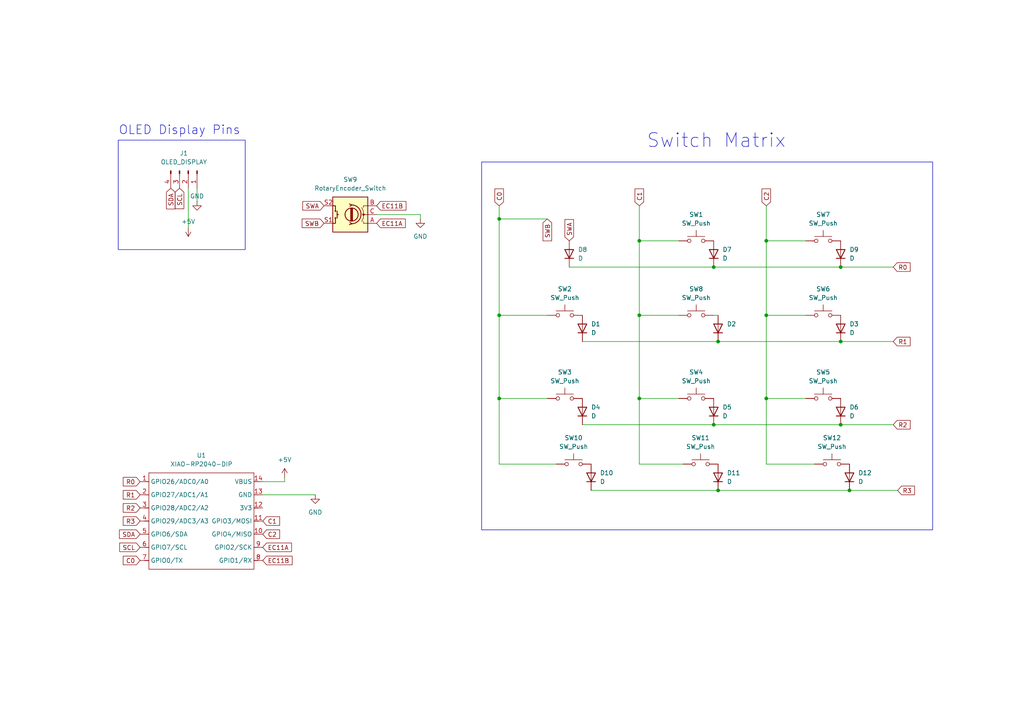
<source format=kicad_sch>
(kicad_sch (version 20231120) (generator "eeschema") (generator_version "8.0")
  (paper "A4")
  (lib_symbols
    (symbol "Connector:Conn_01x04_Pin" (pin_names (offset 1.016) hide)
      (property "Reference" "J" (at 0 5.08 0))
      (property "Value" "Conn_01x04_Pin" (at 0 -7.62 0))
      (symbol "Conn_01x04_Pin_1_1"
        (polyline (pts (xy 1.27 -5.08) (xy 0.8636 -5.08)) (stroke (width 0.1524)))
        (polyline (pts (xy 1.27 -2.54) (xy 0.8636 -2.54)) (stroke (width 0.1524)))
        (polyline (pts (xy 1.27 0) (xy 0.8636 0)) (stroke (width 0.1524)))
        (polyline (pts (xy 1.27 2.54) (xy 0.8636 2.54)) (stroke (width 0.1524)))
        (rectangle (start 0.8636 -4.953) (end 0 -5.207) (stroke (width 0.1524)) (fill (type outline)))
        (rectangle (start 0.8636 -2.413) (end 0 -2.667) (stroke (width 0.1524)) (fill (type outline)))
        (rectangle (start 0.8636 0.127) (end 0 -0.127) (stroke (width 0.1524)) (fill (type outline)))
        (rectangle (start 0.8636 2.667) (end 0 2.413) (stroke (width 0.1524)) (fill (type outline)))
        (pin passive line (at 5.08 2.54 180) (length 3.81) (name "Pin_1") (number "1"))
        (pin passive line (at 5.08 0 180) (length 3.81) (name "Pin_2") (number "2"))
        (pin passive line (at 5.08 -2.54 180) (length 3.81) (name "Pin_3") (number "3"))
        (pin passive line (at 5.08 -5.08 180) (length 3.81) (name "Pin_4") (number "4"))
      )
    )
    (symbol "Device:D" (pin_numbers hide) (pin_names (offset 1.016) hide)
      (property "Reference" "D" (at 0 2.54 0))
      (property "Value" "D" (at 0 -2.54 0))
      (symbol "D_0_1"
        (polyline (pts (xy -1.27 1.27) (xy -1.27 -1.27)) (stroke (width 0.254)))
        (polyline (pts (xy 1.27 0) (xy -1.27 0)))
        (polyline (pts (xy 1.27 1.27) (xy 1.27 -1.27) (xy -1.27 0) (xy 1.27 1.27)) (stroke (width 0.254)))
      )
      (symbol "D_1_1"
        (pin passive line (at -3.81 0 0) (length 2.54) (name "K") (number "1"))
        (pin passive line (at 3.81 0 180) (length 2.54) (name "A") (number "2"))
      )
    )
    (symbol "Device:RotaryEncoder_Switch" (pin_names (offset 0.254) hide)
      (property "Reference" "SW" (at 0 6.604 0))
      (property "Value" "RotaryEncoder_Switch" (at 0 -6.604 0))
      (symbol "RotaryEncoder_Switch_0_1"
        (rectangle (start -5.08 5.08) (end 5.08 -5.08) (stroke (width 0.254)) (fill (type background)))
        (circle (center -3.81 0) (radius 0.254) (fill (type outline)))
        (circle (center -0.381 0) (radius 1.905) (stroke (width 0.254)))
        (arc (start -0.381 2.667) (mid -3.0988 -0.0635) (end -0.381 -2.794) (stroke (width 0.254)))
        (polyline (pts (xy -0.635 -1.778) (xy -0.635 1.778)) (stroke (width 0.254)))
        (polyline (pts (xy -0.381 -1.778) (xy -0.381 1.778)) (stroke (width 0.254)))
        (polyline (pts (xy -0.127 1.778) (xy -0.127 -1.778)) (stroke (width 0.254)))
        (polyline (pts (xy 3.81 0) (xy 3.429 0)) (stroke (width 0.254)))
        (polyline (pts (xy 3.81 1.016) (xy 3.81 -1.016)) (stroke (width 0.254)))
        (polyline (pts (xy -5.08 -2.54) (xy -3.81 -2.54) (xy -3.81 -2.032)))
        (polyline (pts (xy -5.08 2.54) (xy -3.81 2.54) (xy -3.81 2.032)))
        (polyline (pts (xy 0.254 -3.048) (xy -0.508 -2.794) (xy 0.127 -2.413)) (stroke (width 0.254)))
        (polyline (pts (xy 0.254 2.921) (xy -0.508 2.667) (xy 0.127 2.286)) (stroke (width 0.254)))
        (polyline (pts (xy 5.08 -2.54) (xy 4.318 -2.54) (xy 4.318 -1.016)) (stroke (width 0.254)))
        (polyline (pts (xy 5.08 2.54) (xy 4.318 2.54) (xy 4.318 1.016)) (stroke (width 0.254)))
        (polyline (pts (xy -5.08 0) (xy -3.81 0) (xy -3.81 -1.016) (xy -3.302 -2.032)))
        (polyline (pts (xy -4.318 0) (xy -3.81 0) (xy -3.81 1.016) (xy -3.302 2.032)))
        (circle (center 4.318 -1.016) (radius 0.127) (stroke (width 0.254)))
        (circle (center 4.318 1.016) (radius 0.127) (stroke (width 0.254)))
      )
      (symbol "RotaryEncoder_Switch_1_1"
        (pin passive line (at -7.62 2.54 0) (length 2.54) (name "A") (number "A"))
        (pin passive line (at -7.62 -2.54 0) (length 2.54) (name "B") (number "B"))
        (pin passive line (at -7.62 0 0) (length 2.54) (name "C") (number "C"))
        (pin passive line (at 7.62 2.54 180) (length 2.54) (name "S1") (number "S1"))
        (pin passive line (at 7.62 -2.54 180) (length 2.54) (name "S2") (number "S2"))
      )
    )
    (symbol "OPL:XIAO-RP2040-DIP"
      (property "Reference" "U" (at 0 0 0))
      (property "Value" "XIAO-RP2040-DIP" (at 5.334 -1.778 0))
      (symbol "XIAO-RP2040-DIP_1_0"
        (polyline (pts (xy -1.27 -30.48) (xy -1.27 -16.51)) (stroke (width 0.1524)))
        (polyline (pts (xy -1.27 -27.94) (xy -2.54 -27.94)) (stroke (width 0.1524)))
        (polyline (pts (xy -1.27 -24.13) (xy -2.54 -24.13)) (stroke (width 0.1524)))
        (polyline (pts (xy -1.27 -20.32) (xy -2.54 -20.32)) (stroke (width 0.1524)))
        (polyline (pts (xy -1.27 -16.51) (xy -2.54 -16.51)) (stroke (width 0.1524)))
        (polyline (pts (xy -1.27 -16.51) (xy -1.27 -12.7)) (stroke (width 0.1524)))
        (polyline (pts (xy -1.27 -12.7) (xy -2.54 -12.7)) (stroke (width 0.1524)))
        (polyline (pts (xy -1.27 -12.7) (xy -1.27 -8.89)) (stroke (width 0.1524)))
        (polyline (pts (xy -1.27 -8.89) (xy -2.54 -8.89)) (stroke (width 0.1524)))
        (polyline (pts (xy -1.27 -8.89) (xy -1.27 -5.08)) (stroke (width 0.1524)))
        (polyline (pts (xy -1.27 -5.08) (xy -2.54 -5.08)) (stroke (width 0.1524)))
        (polyline (pts (xy -1.27 -5.08) (xy -1.27 -2.54)) (stroke (width 0.1524)))
        (polyline (pts (xy -1.27 -2.54) (xy 29.21 -2.54)) (stroke (width 0.1524)))
        (polyline (pts (xy 29.21 -30.48) (xy -1.27 -30.48)) (stroke (width 0.1524)))
        (polyline (pts (xy 29.21 -12.7) (xy 29.21 -30.48)) (stroke (width 0.1524)))
        (polyline (pts (xy 29.21 -8.89) (xy 29.21 -12.7)) (stroke (width 0.1524)))
        (polyline (pts (xy 29.21 -5.08) (xy 29.21 -8.89)) (stroke (width 0.1524)))
        (polyline (pts (xy 29.21 -2.54) (xy 29.21 -5.08)) (stroke (width 0.1524)))
        (polyline (pts (xy 30.48 -27.94) (xy 29.21 -27.94)) (stroke (width 0.1524)))
        (polyline (pts (xy 30.48 -24.13) (xy 29.21 -24.13)) (stroke (width 0.1524)))
        (polyline (pts (xy 30.48 -20.32) (xy 29.21 -20.32)) (stroke (width 0.1524)))
        (polyline (pts (xy 30.48 -16.51) (xy 29.21 -16.51)) (stroke (width 0.1524)))
        (polyline (pts (xy 30.48 -12.7) (xy 29.21 -12.7)) (stroke (width 0.1524)))
        (polyline (pts (xy 30.48 -8.89) (xy 29.21 -8.89)) (stroke (width 0.1524)))
        (polyline (pts (xy 30.48 -5.08) (xy 29.21 -5.08)) (stroke (width 0.1524)))
        (pin passive line (at -3.81 -5.08 0) (length 2.54) (name "GPIO26/ADC0/A0") (number "1"))
        (pin passive line (at 31.75 -20.32 180) (length 2.54) (name "GPIO4/MISO") (number "10"))
        (pin passive line (at 31.75 -16.51 180) (length 2.54) (name "GPIO3/MOSI") (number "11"))
        (pin passive line (at 31.75 -12.7 180) (length 2.54) (name "3V3") (number "12"))
        (pin passive line (at 31.75 -8.89 180) (length 2.54) (name "GND") (number "13"))
        (pin passive line (at 31.75 -5.08 180) (length 2.54) (name "VBUS") (number "14"))
        (pin passive line (at -3.81 -8.89 0) (length 2.54) (name "GPIO27/ADC1/A1") (number "2"))
        (pin passive line (at -3.81 -12.7 0) (length 2.54) (name "GPIO28/ADC2/A2") (number "3"))
        (pin passive line (at -3.81 -16.51 0) (length 2.54) (name "GPIO29/ADC3/A3") (number "4"))
        (pin passive line (at -3.81 -20.32 0) (length 2.54) (name "GPIO6/SDA") (number "5"))
        (pin passive line (at -3.81 -24.13 0) (length 2.54) (name "GPIO7/SCL") (number "6"))
        (pin passive line (at -3.81 -27.94 0) (length 2.54) (name "GPIO0/TX") (number "7"))
        (pin passive line (at 31.75 -27.94 180) (length 2.54) (name "GPIO1/RX") (number "8"))
        (pin passive line (at 31.75 -24.13 180) (length 2.54) (name "GPIO2/SCK") (number "9"))
      )
    )
    (symbol "Switch:SW_Push" (pin_numbers hide) (pin_names (offset 1.016) hide)
      (property "Reference" "SW" (at 1.27 2.54 0))
      (property "Value" "SW_Push" (at 0 -1.524 0))
      (symbol "SW_Push_0_1"
        (circle (center -2.032 0) (radius 0.508))
        (polyline (pts (xy 0 1.27) (xy 0 3.048)))
        (polyline (pts (xy 2.54 1.27) (xy -2.54 1.27)))
        (circle (center 2.032 0) (radius 0.508))
        (pin passive line (at -5.08 0 0) (length 2.54) (name "1") (number "1"))
        (pin passive line (at 5.08 0 180) (length 2.54) (name "2") (number "2"))
      )
    )
    (symbol "power:+5V" (power) (pin_numbers hide) (pin_names (offset 0) hide)
      (property "Value" "+5V" (at 0 3.556 0))
      (symbol "+5V_0_1"
        (polyline (pts (xy -0.762 1.27) (xy 0 2.54)))
        (polyline (pts (xy 0 0) (xy 0 2.54)))
        (polyline (pts (xy 0 2.54) (xy 0.762 1.27)))
      )
      (symbol "+5V_1_1"
        (pin power_in line (at 0 0 90) (length 0) (name "~") (number "1"))
      )
    )
    (symbol "power:GND" (power) (pin_numbers hide) (pin_names (offset 0) hide)
      (property "Value" "GND" (at 0 -3.81 0))
      (symbol "GND_0_1"
        (polyline (pts (xy 0 0) (xy 0 -1.27) (xy 1.27 -1.27) (xy 0 -2.54) (xy -1.27 -1.27) (xy 0 -1.27)))
      )
      (symbol "GND_1_1"
        (pin power_in line (at 0 0 270) (length 0) (name "~") (number "1"))
      )
    )
  )
  (junction (at 185.42 115.57))
  (junction (at 185.42 69.85))
  (junction (at 222.25 115.57))
  (junction (at 144.78 115.57))
  (junction (at 144.78 91.44))
  (junction (at 246.38 142.24))
  (junction (at 185.42 91.44))
  (junction (at 222.25 69.85))
  (junction (at 207.01 123.19))
  (junction (at 144.78 63.5))
  (junction (at 243.84 77.47))
  (junction (at 208.28 99.06))
  (junction (at 208.28 142.24))
  (junction (at 243.84 123.19))
  (junction (at 207.01 77.47))
  (junction (at 243.84 99.06))
  (junction (at 222.25 91.44))
  (wire (pts (xy 185.42 91.44) (xy 196.85 91.44)))
  (wire (pts (xy 243.84 123.19) (xy 259.08 123.19)))
  (wire (pts (xy 185.42 134.62) (xy 198.12 134.62)))
  (wire (pts (xy 222.25 91.44) (xy 233.68 91.44)))
  (wire (pts (xy 144.78 59.69) (xy 144.78 63.5)))
  (wire (pts (xy 76.2 139.7) (xy 82.55 139.7)))
  (wire (pts (xy 222.25 134.62) (xy 236.22 134.62)))
  (wire (pts (xy 222.25 69.85) (xy 222.25 91.44)))
  (wire (pts (xy 144.78 91.44) (xy 144.78 115.57)))
  (wire (pts (xy 243.84 99.06) (xy 259.08 99.06)))
  (wire (pts (xy 207.01 77.47) (xy 243.84 77.47)))
  (wire (pts (xy 222.25 115.57) (xy 233.68 115.57)))
  (wire (pts (xy 165.1 77.47) (xy 207.01 77.47)))
  (wire (pts (xy 109.22 62.23) (xy 121.92 62.23)))
  (wire (pts (xy 54.61 66.04) (xy 54.61 54.61)))
  (wire (pts (xy 222.25 115.57) (xy 222.25 134.62)))
  (wire (pts (xy 185.42 69.85) (xy 196.85 69.85)))
  (wire (pts (xy 185.42 91.44) (xy 185.42 115.57)))
  (wire (pts (xy 144.78 63.5) (xy 158.75 63.5)))
  (wire (pts (xy 144.78 115.57) (xy 144.78 134.62)))
  (wire (pts (xy 243.84 77.47) (xy 259.08 77.47)))
  (wire (pts (xy 168.91 99.06) (xy 208.28 99.06)))
  (wire (pts (xy 82.55 139.7) (xy 82.55 138.43)))
  (wire (pts (xy 207.01 91.44) (xy 208.28 91.44)))
  (wire (pts (xy 222.25 59.69) (xy 222.25 69.85)))
  (wire (pts (xy 57.15 54.61) (xy 57.15 58.42)))
  (wire (pts (xy 222.25 69.85) (xy 233.68 69.85)))
  (wire (pts (xy 168.91 123.19) (xy 207.01 123.19)))
  (wire (pts (xy 246.38 142.24) (xy 260.35 142.24)))
  (wire (pts (xy 185.42 69.85) (xy 185.42 91.44)))
  (wire (pts (xy 185.42 59.69) (xy 185.42 69.85)))
  (wire (pts (xy 144.78 91.44) (xy 158.75 91.44)))
  (wire (pts (xy 208.28 142.24) (xy 246.38 142.24)))
  (wire (pts (xy 144.78 63.5) (xy 144.78 91.44)))
  (wire (pts (xy 208.28 99.06) (xy 243.84 99.06)))
  (wire (pts (xy 144.78 115.57) (xy 158.75 115.57)))
  (wire (pts (xy 185.42 115.57) (xy 185.42 134.62)))
  (wire (pts (xy 207.01 123.19) (xy 243.84 123.19)))
  (wire (pts (xy 121.92 62.23) (xy 121.92 63.5)))
  (wire (pts (xy 171.45 142.24) (xy 208.28 142.24)))
  (wire (pts (xy 222.25 91.44) (xy 222.25 115.57)))
  (wire (pts (xy 144.78 134.62) (xy 161.29 134.62)))
  (wire (pts (xy 76.2 143.51) (xy 91.44 143.51)))
  (wire (pts (xy 185.42 115.57) (xy 196.85 115.57)))
  (rectangle (start 34.29 40.64) (end 71.12 72.39))
  (rectangle (start 139.7 46.99) (end 270.51 153.67))
  (text "Switch Matrix" (at 207.772 40.894 0) (effects (font (size 4 4))))
  (text "OLED Display Pins" (at 52.07 37.846 0) (effects (font (size 2.54 2.54))))
  (global_label "R2" (shape input) (at 40.64 147.32 180) (property "Intersheetrefs" "${INTERSHEET_REFS}" (effects (hide yes))))
  (global_label "R0" (shape input) (at 259.08 77.47 0) (property "Intersheetrefs" "${INTERSHEET_REFS}" (effects (hide yes))))
  (global_label "SCL" (shape input) (at 40.64 158.75 180) (property "Intersheetrefs" "${INTERSHEET_REFS}" (effects (hide yes))))
  (global_label "SWA" (shape input) (at 165.1 69.85 90) (property "Intersheetrefs" "${INTERSHEET_REFS}" (effects (hide yes))))
  (global_label "C0" (shape input) (at 144.78 59.69 90) (property "Intersheetrefs" "${INTERSHEET_REFS}" (effects (hide yes))))
  (global_label "R3" (shape input) (at 40.64 151.13 180) (property "Intersheetrefs" "${INTERSHEET_REFS}" (effects (hide yes))))
  (global_label "C2" (shape input) (at 76.2 154.94 0) (property "Intersheetrefs" "${INTERSHEET_REFS}" (effects (hide yes))))
  (global_label "SWA" (shape input) (at 93.98 59.69 180) (property "Intersheetrefs" "${INTERSHEET_REFS}" (effects (hide yes))))
  (global_label "SWB" (shape input) (at 93.98 64.77 180) (property "Intersheetrefs" "${INTERSHEET_REFS}" (effects (hide yes))))
  (global_label "R2" (shape input) (at 259.08 123.19 0) (property "Intersheetrefs" "${INTERSHEET_REFS}" (effects (hide yes))))
  (global_label "R3" (shape input) (at 260.35 142.24 0) (property "Intersheetrefs" "${INTERSHEET_REFS}" (effects (hide yes))))
  (global_label "C2" (shape input) (at 222.25 59.69 90) (property "Intersheetrefs" "${INTERSHEET_REFS}" (effects (hide yes))))
  (global_label "C1" (shape input) (at 185.42 59.69 90) (property "Intersheetrefs" "${INTERSHEET_REFS}" (effects (hide yes))))
  (global_label "EC11B" (shape input) (at 76.2 162.56 0) (property "Intersheetrefs" "${INTERSHEET_REFS}" (effects (hide yes))))
  (global_label "SCL" (shape input) (at 52.07 54.61 270) (property "Intersheetrefs" "${INTERSHEET_REFS}" (effects (hide yes))))
  (global_label "EC11B" (shape input) (at 109.22 59.69 0) (property "Intersheetrefs" "${INTERSHEET_REFS}" (effects (hide yes))))
  (global_label "EC11A" (shape input) (at 76.2 158.75 0) (property "Intersheetrefs" "${INTERSHEET_REFS}" (effects (hide yes))))
  (global_label "SWB" (shape input) (at 158.75 63.5 270) (property "Intersheetrefs" "${INTERSHEET_REFS}" (effects (hide yes))))
  (global_label "SDA" (shape input) (at 49.53 54.61 270) (property "Intersheetrefs" "${INTERSHEET_REFS}" (effects (hide yes))))
  (global_label "EC11A" (shape input) (at 109.22 64.77 0) (property "Intersheetrefs" "${INTERSHEET_REFS}" (effects (hide yes))))
  (global_label "R1" (shape input) (at 259.08 99.06 0) (property "Intersheetrefs" "${INTERSHEET_REFS}" (effects (hide yes))))
  (global_label "R1" (shape input) (at 40.64 143.51 180) (property "Intersheetrefs" "${INTERSHEET_REFS}" (effects (hide yes))))
  (global_label "R0" (shape input) (at 40.64 139.7 180) (property "Intersheetrefs" "${INTERSHEET_REFS}" (effects (hide yes))))
  (global_label "C0" (shape input) (at 40.64 162.56 180) (property "Intersheetrefs" "${INTERSHEET_REFS}" (effects (hide yes))))
  (global_label "SDA" (shape input) (at 40.64 154.94 180) (property "Intersheetrefs" "${INTERSHEET_REFS}" (effects (hide yes))))
  (global_label "C1" (shape input) (at 76.2 151.13 0) (property "Intersheetrefs" "${INTERSHEET_REFS}" (effects (hide yes))))
  (symbol (lib_id "Device:D") (at 246.38 138.43 90) (unit 1)
    (property "Reference" "D12" (at 248.92 137.1599 90) (effects (justify right)))
    (property "Value" "D" (at 248.92 139.6999 90) (effects (justify right)))
    (property "Footprint" "Diode_THT:D_DO-35_SOD27_P7.62mm_Horizontal" (effects (hide yes)))
    (property "Description" "Diode" (effects (hide yes)))
    (property "Sim.Device" "D" (effects (hide yes)))
    (property "Sim.Pins" "1=K 2=A" (effects (hide yes)))
  )
  (symbol (lib_id "Device:D") (at 165.1 73.66 90) (unit 1)
    (property "Reference" "D8" (at 167.64 72.3899 90) (effects (justify right)))
    (property "Value" "D" (at 167.64 74.9299 90) (effects (justify right)))
    (property "Footprint" "Diode_THT:D_DO-35_SOD27_P7.62mm_Horizontal" (effects (hide yes)))
    (property "Description" "Diode" (effects (hide yes)))
    (property "Sim.Device" "D" (effects (hide yes)))
    (property "Sim.Pins" "1=K 2=A" (effects (hide yes)))
  )
  (symbol (lib_id "Switch:SW_Push") (at 201.93 69.85 0) (unit 1)
    (property "Reference" "SW1" (at 201.93 62.23 0))
    (property "Value" "SW_Push" (at 201.93 64.77 0))
    (property "Footprint" "Button_Switch_Keyboard:SW_Cherry_MX_1.00u_PCB" (effects (hide yes)))
    (property "Description" "Push button switch, generic, two pins" (effects (hide yes)))
  )
  (symbol (lib_id "Device:D") (at 208.28 95.25 90) (unit 1)
    (property "Reference" "D2" (at 210.82 93.9799 90) (effects (justify right)))
    (property "Value" "D" (effects (hide yes)))
    (property "Footprint" "Diode_THT:D_DO-35_SOD27_P7.62mm_Horizontal" (effects (hide yes)))
    (property "Description" "Diode" (effects (hide yes)))
    (property "Sim.Device" "D" (effects (hide yes)))
    (property "Sim.Pins" "1=K 2=A" (effects (hide yes)))
  )
  (symbol (lib_id "Switch:SW_Push") (at 163.83 91.44 0) (unit 1)
    (property "Reference" "SW2" (at 163.83 83.82 0))
    (property "Value" "SW_Push" (at 163.83 86.36 0))
    (property "Footprint" "Button_Switch_Keyboard:SW_Cherry_MX_1.00u_PCB" (effects (hide yes)))
    (property "Description" "Push button switch, generic, two pins" (effects (hide yes)))
  )
  (symbol (lib_id "Device:D") (at 208.28 138.43 90) (unit 1)
    (property "Reference" "D11" (at 210.82 137.1599 90) (effects (justify right)))
    (property "Value" "D" (at 210.82 139.6999 90) (effects (justify right)))
    (property "Footprint" "Diode_THT:D_DO-35_SOD27_P7.62mm_Horizontal" (effects (hide yes)))
    (property "Description" "Diode" (effects (hide yes)))
    (property "Sim.Device" "D" (effects (hide yes)))
    (property "Sim.Pins" "1=K 2=A" (effects (hide yes)))
  )
  (symbol (lib_id "power:+5V") (at 82.55 138.43 0) (unit 1)
    (property "Reference" "#PWR05" (effects (hide yes)))
    (property "Value" "+5V" (at 82.55 133.35 0))
    (property "Description" "Power symbol creates a global label with name \"+5V\"" (effects (hide yes)))
  )
  (symbol (lib_id "Device:D") (at 168.91 119.38 90) (unit 1)
    (property "Reference" "D4" (at 171.45 118.1099 90) (effects (justify right)))
    (property "Value" "D" (at 171.45 120.6499 90) (effects (justify right)))
    (property "Footprint" "Diode_THT:D_DO-35_SOD27_P7.62mm_Horizontal" (effects (hide yes)))
    (property "Description" "Diode" (effects (hide yes)))
    (property "Sim.Device" "D" (effects (hide yes)))
    (property "Sim.Pins" "1=K 2=A" (effects (hide yes)))
  )
  (symbol (lib_id "Device:D") (at 243.84 95.25 90) (unit 1)
    (property "Reference" "D3" (at 246.38 93.9799 90) (effects (justify right)))
    (property "Value" "D" (at 246.38 96.5199 90) (effects (justify right)))
    (property "Footprint" "Diode_THT:D_DO-35_SOD27_P7.62mm_Horizontal" (effects (hide yes)))
    (property "Description" "Diode" (effects (hide yes)))
    (property "Sim.Device" "D" (effects (hide yes)))
    (property "Sim.Pins" "1=K 2=A" (effects (hide yes)))
  )
  (symbol (lib_id "Switch:SW_Push") (at 201.93 115.57 0) (unit 1)
    (property "Reference" "SW4" (at 201.93 107.95 0))
    (property "Value" "SW_Push" (at 201.93 110.49 0))
    (property "Footprint" "Button_Switch_Keyboard:SW_Cherry_MX_1.00u_PCB" (effects (hide yes)))
    (property "Description" "Push button switch, generic, two pins" (effects (hide yes)))
  )
  (symbol (lib_id "Switch:SW_Push") (at 163.83 115.57 0) (unit 1)
    (property "Reference" "SW3" (at 163.83 107.95 0))
    (property "Value" "SW_Push" (at 163.83 110.49 0))
    (property "Footprint" "Button_Switch_Keyboard:SW_Cherry_MX_1.00u_PCB" (effects (hide yes)))
    (property "Description" "Push button switch, generic, two pins" (effects (hide yes)))
  )
  (symbol (lib_id "OPL:XIAO-RP2040-DIP") (at 44.45 134.62 0) (unit 1)
    (property "Reference" "U1" (at 58.42 132.08 0))
    (property "Value" "XIAO-RP2040-DIP" (at 58.42 134.62 0))
    (property "Footprint" "OPL:XIAO-RP2040-DIP" (effects (hide yes)))
  )
  (symbol (lib_id "power:+5V") (at 54.61 66.04 180) (unit 1)
    (property "Reference" "#PWR02" (effects (hide yes)))
    (property "Value" "+5V" (at 54.61 64.262 0))
    (property "Description" "Power symbol creates a global label with name \"+5V\"" (effects (hide yes)))
  )
  (symbol (lib_id "power:GND") (at 121.92 63.5 0) (unit 1)
    (property "Reference" "#PWR03" (effects (hide yes)))
    (property "Value" "GND" (at 121.92 68.58 0))
    (property "Description" "Power symbol creates a global label with name \"GND\" , ground" (effects (hide yes)))
  )
  (symbol (lib_id "Switch:SW_Push") (at 238.76 69.85 0) (unit 1)
    (property "Reference" "SW7" (at 238.76 62.23 0))
    (property "Value" "SW_Push" (at 238.76 64.77 0))
    (property "Footprint" "Button_Switch_Keyboard:SW_Cherry_MX_1.00u_PCB" (effects (hide yes)))
    (property "Description" "Push button switch, generic, two pins" (effects (hide yes)))
  )
  (symbol (lib_id "Switch:SW_Push") (at 238.76 91.44 0) (unit 1)
    (property "Reference" "SW6" (at 238.76 83.82 0))
    (property "Value" "SW_Push" (at 238.76 86.36 0))
    (property "Footprint" "Button_Switch_Keyboard:SW_Cherry_MX_1.00u_PCB" (effects (hide yes)))
    (property "Description" "Push button switch, generic, two pins" (effects (hide yes)))
  )
  (symbol (lib_id "Connector:Conn_01x04_Pin") (at 54.61 49.53 270) (unit 1)
    (property "Reference" "J1" (at 53.34 44.45 90))
    (property "Value" "OLED_DISPLAY" (at 53.34 46.99 90))
    (property "Footprint" ".91 inch oled:0.91-OLED-4pin-128x32" (effects (hide yes)))
    (property "Description" "Generic connector, single row, 01x04, script generated" (effects (hide yes)))
  )
  (symbol (lib_id "Switch:SW_Push") (at 238.76 115.57 0) (unit 1)
    (property "Reference" "SW5" (at 238.76 107.95 0))
    (property "Value" "SW_Push" (at 238.76 110.49 0))
    (property "Footprint" "Button_Switch_Keyboard:SW_Cherry_MX_1.00u_PCB" (effects (hide yes)))
    (property "Description" "Push button switch, generic, two pins" (effects (hide yes)))
  )
  (symbol (lib_id "Device:D") (at 171.45 138.43 90) (unit 1)
    (property "Reference" "D10" (at 173.99 137.1599 90) (effects (justify right)))
    (property "Value" "D" (at 173.99 139.6999 90) (effects (justify right)))
    (property "Footprint" "Diode_THT:D_DO-35_SOD27_P7.62mm_Horizontal" (effects (hide yes)))
    (property "Description" "Diode" (effects (hide yes)))
    (property "Sim.Device" "D" (effects (hide yes)))
    (property "Sim.Pins" "1=K 2=A" (effects (hide yes)))
  )
  (symbol (lib_id "Switch:SW_Push") (at 166.37 134.62 0) (unit 1)
    (property "Reference" "SW10" (at 166.37 127 0))
    (property "Value" "SW_Push" (at 166.37 129.54 0))
    (property "Footprint" "Button_Switch_Keyboard:SW_Cherry_MX_1.00u_PCB" (effects (hide yes)))
    (property "Description" "Push button switch, generic, two pins" (effects (hide yes)))
  )
  (symbol (lib_id "Switch:SW_Push") (at 241.3 134.62 0) (unit 1)
    (property "Reference" "SW12" (at 241.3 127 0))
    (property "Value" "SW_Push" (at 241.3 129.54 0))
    (property "Footprint" "Button_Switch_Keyboard:SW_Cherry_MX_1.00u_PCB" (effects (hide yes)))
    (property "Description" "Push button switch, generic, two pins" (effects (hide yes)))
  )
  (symbol (lib_id "Device:RotaryEncoder_Switch") (at 101.6 62.23 180) (unit 1)
    (property "Reference" "SW9" (at 101.6 52.07 0))
    (property "Value" "RotaryEncoder_Switch" (at 101.6 54.61 0))
    (property "Footprint" "Rotary_Encoder:RotaryEncoder_Alps_EC11E-Switch_Vertical_H20mm" (effects (hide yes)))
    (property "Description" "Rotary encoder, dual channel, incremental quadrate outputs, with switch" (effects (hide yes)))
  )
  (symbol (lib_id "Switch:SW_Push") (at 201.93 91.44 0) (unit 1)
    (property "Reference" "SW8" (at 201.93 83.82 0))
    (property "Value" "SW_Push" (at 201.93 86.36 0))
    (property "Footprint" "Button_Switch_Keyboard:SW_Cherry_MX_1.00u_PCB" (effects (hide yes)))
    (property "Description" "Push button switch, generic, two pins" (effects (hide yes)))
  )
  (symbol (lib_id "power:GND") (at 91.44 143.51 0) (unit 1)
    (property "Reference" "#PWR04" (effects (hide yes)))
    (property "Value" "GND" (at 91.44 148.59 0))
    (property "Description" "Power symbol creates a global label with name \"GND\" , ground" (effects (hide yes)))
  )
  (symbol (lib_id "Device:D") (at 207.01 73.66 90) (unit 1)
    (property "Reference" "D7" (at 209.55 72.3899 90) (effects (justify right)))
    (property "Value" "D" (at 209.55 74.9299 90) (effects (justify right)))
    (property "Footprint" "Diode_THT:D_DO-35_SOD27_P7.62mm_Horizontal" (effects (hide yes)))
    (property "Description" "Diode" (effects (hide yes)))
    (property "Sim.Device" "D" (effects (hide yes)))
    (property "Sim.Pins" "1=K 2=A" (effects (hide yes)))
  )
  (symbol (lib_id "Device:D") (at 168.91 95.25 90) (unit 1)
    (property "Reference" "D1" (at 171.45 93.9799 90) (effects (justify right)))
    (property "Value" "D" (at 171.45 96.5199 90) (effects (justify right)))
    (property "Footprint" "Diode_THT:D_DO-35_SOD27_P7.62mm_Horizontal" (effects (hide yes)))
    (property "Description" "Diode" (effects (hide yes)))
    (property "Sim.Device" "D" (effects (hide yes)))
    (property "Sim.Pins" "1=K 2=A" (effects (hide yes)))
  )
  (symbol (lib_id "Device:D") (at 243.84 119.38 90) (unit 1)
    (property "Reference" "D6" (at 246.38 118.1099 90) (effects (justify right)))
    (property "Value" "D" (at 246.38 120.6499 90) (effects (justify right)))
    (property "Footprint" "Diode_THT:D_DO-35_SOD27_P7.62mm_Horizontal" (effects (hide yes)))
    (property "Description" "Diode" (effects (hide yes)))
    (property "Sim.Device" "D" (effects (hide yes)))
    (property "Sim.Pins" "1=K 2=A" (effects (hide yes)))
  )
  (symbol (lib_id "Switch:SW_Push") (at 203.2 134.62 0) (unit 1)
    (property "Reference" "SW11" (at 203.2 127 0))
    (property "Value" "SW_Push" (at 203.2 129.54 0))
    (property "Footprint" "Button_Switch_Keyboard:SW_Cherry_MX_1.00u_PCB" (effects (hide yes)))
    (property "Description" "Push button switch, generic, two pins" (effects (hide yes)))
  )
  (symbol (lib_id "Device:D") (at 243.84 73.66 90) (unit 1)
    (property "Reference" "D9" (at 246.38 72.3899 90) (effects (justify right)))
    (property "Value" "D" (at 246.38 74.9299 90) (effects (justify right)))
    (property "Footprint" "Diode_THT:D_DO-35_SOD27_P7.62mm_Horizontal" (effects (hide yes)))
    (property "Description" "Diode" (effects (hide yes)))
    (property "Sim.Device" "D" (effects (hide yes)))
    (property "Sim.Pins" "1=K 2=A" (effects (hide yes)))
  )
  (symbol (lib_id "power:GND") (at 57.15 58.42 0) (unit 1)
    (property "Reference" "#PWR01" (effects (hide yes)))
    (property "Value" "GND" (at 57.15 56.896 0))
    (property "Description" "Power symbol creates a global label with name \"GND\" , ground" (effects (hide yes)))
  )
  (symbol (lib_id "Device:D") (at 207.01 119.38 90) (unit 1)
    (property "Reference" "D5" (at 209.55 118.1099 90) (effects (justify right)))
    (property "Value" "D" (at 209.55 120.6499 90) (effects (justify right)))
    (property "Footprint" "Diode_THT:D_DO-35_SOD27_P7.62mm_Horizontal" (effects (hide yes)))
    (property "Description" "Diode" (effects (hide yes)))
    (property "Sim.Device" "D" (effects (hide yes)))
    (property "Sim.Pins" "1=K 2=A" (effects (hide yes)))
  )
)
</source>
